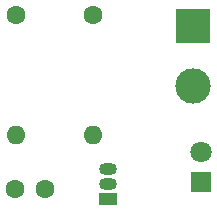
<source format=gbr>
G04 #@! TF.GenerationSoftware,KiCad,Pcbnew,(5.1.5)-3*
G04 #@! TF.CreationDate,2020-11-04T23:24:00+03:00*
G04 #@! TF.ProjectId,dark dedector,6461726b-2064-4656-9465-63746f722e6b,rev?*
G04 #@! TF.SameCoordinates,Original*
G04 #@! TF.FileFunction,Copper,L1,Top*
G04 #@! TF.FilePolarity,Positive*
%FSLAX46Y46*%
G04 Gerber Fmt 4.6, Leading zero omitted, Abs format (unit mm)*
G04 Created by KiCad (PCBNEW (5.1.5)-3) date 2020-11-04 23:24:00*
%MOMM*%
%LPD*%
G04 APERTURE LIST*
%ADD10O,1.600000X1.600000*%
%ADD11C,1.600000*%
%ADD12R,3.000000X3.000000*%
%ADD13C,3.000000*%
%ADD14R,1.800000X1.800000*%
%ADD15C,1.800000*%
%ADD16O,1.500000X1.050000*%
%ADD17R,1.500000X1.050000*%
G04 APERTURE END LIST*
D10*
X90000000Y-83160000D03*
D11*
X90000000Y-73000000D03*
D10*
X83500000Y-83160000D03*
D11*
X83500000Y-73000000D03*
D12*
X98500000Y-74000000D03*
D13*
X98500000Y-79080000D03*
D14*
X99200000Y-87200000D03*
D15*
X99200000Y-84660000D03*
D16*
X91300000Y-87330000D03*
X91300000Y-86060000D03*
D17*
X91300000Y-88600000D03*
D11*
X83400000Y-87800000D03*
X85940000Y-87800000D03*
M02*

</source>
